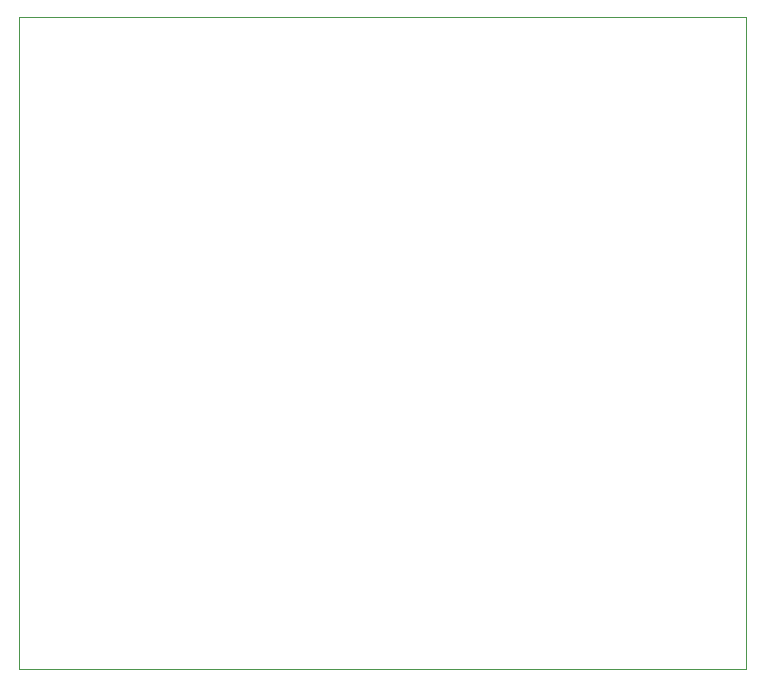
<source format=gm1>
G04 #@! TF.GenerationSoftware,KiCad,Pcbnew,(6.0.2)*
G04 #@! TF.CreationDate,2022-02-24T19:29:25+09:00*
G04 #@! TF.ProjectId,ACBoard,4143426f-6172-4642-9e6b-696361645f70,rev?*
G04 #@! TF.SameCoordinates,Original*
G04 #@! TF.FileFunction,Profile,NP*
%FSLAX46Y46*%
G04 Gerber Fmt 4.6, Leading zero omitted, Abs format (unit mm)*
G04 Created by KiCad (PCBNEW (6.0.2)) date 2022-02-24 19:29:25*
%MOMM*%
%LPD*%
G01*
G04 APERTURE LIST*
G04 #@! TA.AperFunction,Profile*
%ADD10C,0.100000*%
G04 #@! TD*
G04 APERTURE END LIST*
D10*
X157480000Y-71755000D02*
X219075000Y-71755000D01*
X157480000Y-16510000D02*
X157480000Y-71755000D01*
X219075000Y-71755000D02*
X219075000Y-16510000D01*
X219075000Y-16510000D02*
X157480000Y-16510000D01*
M02*

</source>
